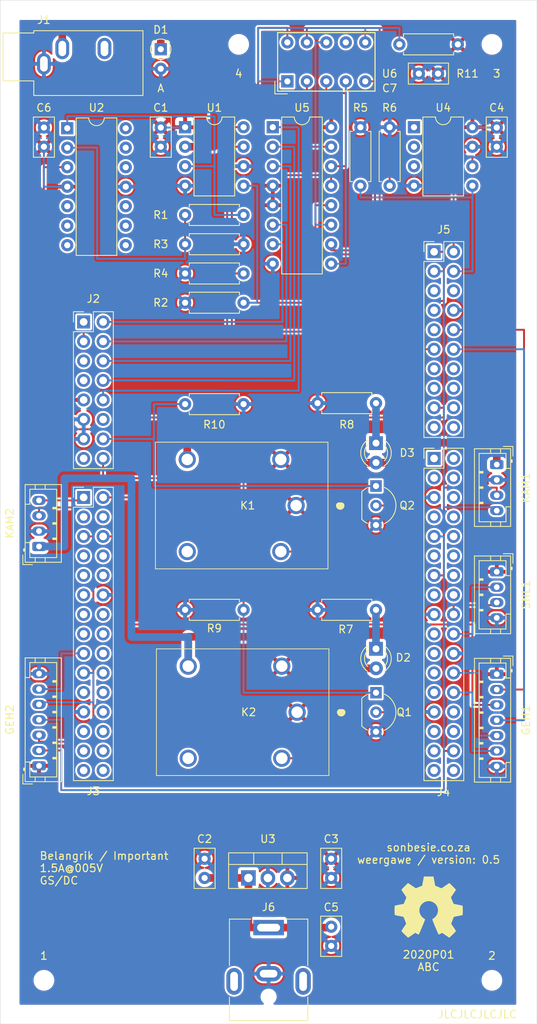
<source format=kicad_pcb>
(kicad_pcb (version 20171130) (host pcbnew 5.1.5+dfsg1-2build2)
  (title_block (title "EPR 400 B1") (date 2020-08-18) (rev 0) (company SONBESIE))
  (layers (0 F.Cu signal) (31 B.Cu signal) (34 B.Paste user) (35 F.Paste user) (36 B.SilkS user) (37 F.SilkS user) (38 B.Mask user) (39 F.Mask user) (44 Edge.Cuts user))
  (net 0 "")
  (net 1 5V)
  (net 2 GND)
  (net 3 V_IN)
  (net 4 TRIGGER_I)
  (net 5 5V_RELAY_2)
  (net 6 "Net-(D2-Pad1)")
  (net 7 5V_RELAY_1)
  (net 8 "Net-(D3-Pad1)")
  (net 9 IO_2)
  (net 10 IO_1)
  (net 11 7S_2)
  (net 12 7S_1)
  (net 13 7S_4)
  (net 14 7S_5)
  (net 15 "Net-(J2-Pad3)")
  (net 16 7S_3)
  (net 17 SPI_2_1)
  (net 18 SPI_2_2)
  (net 19 UART_2_TX)
  (net 20 SPI_2_MOSI)
  (net 21 SPI_1_MOSI)
  (net 22 UART_2_RX)
  (net 23 SPI_1_2)
  (net 24 SPI_1_1)
  (net 25 SPI_1_MISO)
  (net 26 SPI_1_SCK)
  (net 27 SPI_2_SCK)
  (net 28 TRIG1)
  (net 29 ECHO1)
  (net 30 UART_1_TX)
  (net 31 SPI_2_MISO)
  (net 32 TRIGGER_C)
  (net 33 TRIGGER_O)
  (net 34 UART_1_RX)
  (net 35 SET_RST)
  (net 36 RELAY_1_DRAIN)
  (net 37 RELAY_2_DRAIN)
  (net 38 "Net-(R1-Pad2)")
  (net 39 "Net-(R1-Pad1)")
  (net 40 SDA_1)
  (net 41 SCL_1)
  (net 42 "Net-(R11-Pad2)")
  (net 43 6)
  (net 44 7)
  (net 45 1)
  (net 46 2)
  (net 47 3)
  (net 48 4)
  (net 49 5)
  (module Capacitor_THT:C_Disc_D5.0mm_W2.5mm_P2.50mm (layer F.Cu) (at 83.82 59.055)
    (fp_text reference C7 (at -3.81 1.905) (layer F.SilkS))
    (fp_text value 0.1u)
    (pad 2 thru_hole circle (at 2.5 0) (size 1.6 1.6) (drill 0.8) (layers *.Cu *.Mask) (net 1 5V))
    (pad 1 thru_hole circle (at 0 0) (size 1.6 1.6) (drill 0.8) (layers *.Cu *.Mask) (net 2 GND))
  )
  (module Symbol:OSHW-Symbol_8.9x8mm_SilkScreen (layer F.Cu) (at 85.09 167.64)
    (fp_text reference REF** hide)
    (fp_text value OSHW-Symbol_8.9x8mm_SilkScreen hide)
  )
  (module Display_7Segment:HDSP-7401 (layer F.Cu) (at 66.675 60.06592 90)
    (fp_text reference U6 (at 1.01092 13.335 180) (layer F.SilkS))
    (fp_text value HDSP-7401)
    (pad 10 thru_hole circle (at 5.08 0 90) (size 1.6 1.6) (drill 0.8) (layers *.Cu *.Mask) (net 45 1))
    (pad 9 thru_hole circle (at 5.08 2.54 90) (size 1.6 1.6) (drill 0.8) (layers *.Cu *.Mask) (net 46 2))
    (pad 8 thru_hole circle (at 5.08 5.08 90) (size 1.6 1.6) (drill 0.8) (layers *.Cu *.Mask) (net 47 3))
    (pad 7 thru_hole circle (at 5.08 7.62 90) (size 1.6 1.6) (drill 0.8) (layers *.Cu *.Mask))
    (pad 6 thru_hole circle (at 5.08 10.16 90) (size 1.6 1.6) (drill 0.8) (layers *.Cu *.Mask) (net 42 "Net-(R11-Pad2)"))
    (pad 5 thru_hole circle (at 0 10.16 90) (size 1.6 1.6) (drill 0.8) (layers *.Cu *.Mask) (net 48 4))
    (pad 4 thru_hole circle (at 0 7.62 90) (size 1.6 1.6) (drill 0.8) (layers *.Cu *.Mask) (net 49 5))
    (pad 3 thru_hole circle (at 0 5.08 90) (size 1.6 1.6) (drill 0.8) (layers *.Cu *.Mask) (net 44 7))
    (pad 2 thru_hole circle (at 0 2.54 90) (size 1.6 1.6) (drill 0.8) (layers *.Cu *.Mask) (net 43 6))
    (pad 1 thru_hole rect (at 0 0 90) (size 1.6 1.6) (drill 0.8) (layers *.Cu *.Mask) (net 42 "Net-(R11-Pad2)"))
  )
  (module Resistor_THT:R_Axial_DIN0207_L6.3mm_D2.5mm_P7.62mm_Horizontal (layer F.Cu) (at 88.9 55.245 180)
    (fp_text reference R11 (at -1.27 -3.81) (layer F.SilkS))
    (fp_text value 270)
    (pad 2 thru_hole oval (at 7.62 0 180) (size 1.6 1.6) (drill 0.8) (layers *.Cu *.Mask) (net 42 "Net-(R11-Pad2)"))
    (pad 1 thru_hole circle (at 0 0 180) (size 1.6 1.6) (drill 0.8) (layers *.Cu *.Mask) (net 1 5V))
  )
  (module Package_DIP:DIP-16_W7.62mm (layer F.Cu) (at 64.77 66.04)
    (fp_text reference U5 (at 3.81 -2.54) (layer F.SilkS))
    (fp_text value SN74LS47N)
    (pad 16 thru_hole oval (at 7.62 0) (size 1.6 1.6) (drill 0.8) (layers *.Cu *.Mask) (net 1 5V))
    (pad 8 thru_hole oval (at 0 17.78) (size 1.6 1.6) (drill 0.8) (layers *.Cu *.Mask) (net 2 GND))
    (pad 15 thru_hole oval (at 7.62 2.54) (size 1.6 1.6) (drill 0.8) (layers *.Cu *.Mask) (net 43 6))
    (pad 7 thru_hole oval (at 0 15.24) (size 1.6 1.6) (drill 0.8) (layers *.Cu *.Mask) (net 12 7S_1))
    (pad 14 thru_hole oval (at 7.62 5.08) (size 1.6 1.6) (drill 0.8) (layers *.Cu *.Mask) (net 44 7))
    (pad 6 thru_hole oval (at 0 12.7) (size 1.6 1.6) (drill 0.8) (layers *.Cu *.Mask) (net 13 7S_4))
    (pad 13 thru_hole oval (at 7.62 7.62) (size 1.6 1.6) (drill 0.8) (layers *.Cu *.Mask) (net 45 1))
    (pad 5 thru_hole oval (at 0 10.16) (size 1.6 1.6) (drill 0.8) (layers *.Cu *.Mask) (net 1 5V))
    (pad 12 thru_hole oval (at 7.62 10.16) (size 1.6 1.6) (drill 0.8) (layers *.Cu *.Mask) (net 46 2))
    (pad 4 thru_hole oval (at 0 7.62) (size 1.6 1.6) (drill 0.8) (layers *.Cu *.Mask) (net 1 5V))
    (pad 11 thru_hole oval (at 7.62 12.7) (size 1.6 1.6) (drill 0.8) (layers *.Cu *.Mask) (net 47 3))
    (pad 3 thru_hole oval (at 0 5.08) (size 1.6 1.6) (drill 0.8) (layers *.Cu *.Mask) (net 14 7S_5))
    (pad 10 thru_hole oval (at 7.62 15.24) (size 1.6 1.6) (drill 0.8) (layers *.Cu *.Mask) (net 48 4))
    (pad 2 thru_hole oval (at 0 2.54) (size 1.6 1.6) (drill 0.8) (layers *.Cu *.Mask) (net 16 7S_3))
    (pad 9 thru_hole oval (at 7.62 17.78) (size 1.6 1.6) (drill 0.8) (layers *.Cu *.Mask) (net 49 5))
    (pad 1 thru_hole rect (at 0 0) (size 1.6 1.6) (drill 0.8) (layers *.Cu *.Mask) (net 11 7S_2))
  )
  (module MountingHole:MountingHole_2.2mm_M2 (layer F.Cu) (at 93.345 55.245)
    (fp_text reference 3 (at 0.635 3.81) (layer F.SilkS))
    (fp_text value MountingHole_2.2mm_M2)
    (pad 1 np_thru_hole circle (at 0 0) (size 2.2 2.2) (drill 2.2) (layers *.Cu *.Mask))
  )
  (module MountingHole:MountingHole_2.2mm_M2 (layer F.Cu) (at 60.325 55.245)
    (fp_text reference 4 (at 0 3.81) (layer F.SilkS))
    (fp_text value MountingHole_2.2mm_M2)
    (pad 1 np_thru_hole circle (at 0 0) (size 2.2 2.2) (drill 2.2) (layers *.Cu *.Mask))
  )
  (module MountingHole:MountingHole_2.2mm_M2 (layer F.Cu) (at 93.345 177.165)
    (fp_text reference 2 (at 0 -3.2) (layer F.SilkS))
    (fp_text value MountingHole_2.2mm_M2)
    (pad 1 np_thru_hole circle (at 0 0) (size 2.2 2.2) (drill 2.2) (layers *.Cu *.Mask))
  )
  (module MountingHole:MountingHole_2.2mm_M2 (layer F.Cu) (at 34.925 177.165)
    (fp_text reference 1 (at 0 -3.2) (layer F.SilkS))
    (fp_text value MountingHole_2.2mm_M2)
    (pad 1 np_thru_hole circle (at 0 0) (size 2.2 2.2) (drill 2.2) (layers *.Cu *.Mask))
  )
  (module Connector_JST:JST_PH_B4B-PH-K_1x04_P2.00mm_Vertical (layer F.Cu) (at 93.98 123.952 270)
    (fp_text reference SNL1 (at 3 -3.81 90) (layer F.SilkS))
    (fp_text value Conn_01x04)
    (pad 4 thru_hole oval (at 6 0 270) (size 1.2 1.75) (drill 0.75) (layers *.Cu *.Mask) (net 2 GND))
    (pad 3 thru_hole oval (at 4 0 270) (size 1.2 1.75) (drill 0.75) (layers *.Cu *.Mask) (net 29 ECHO1))
    (pad 2 thru_hole oval (at 2 0 270) (size 1.2 1.75) (drill 0.75) (layers *.Cu *.Mask) (net 28 TRIG1))
    (pad 1 thru_hole roundrect (at 0 0 270) (size 1.2 1.75) (drill 0.75) (layers *.Cu *.Mask) (roundrect_rratio 0.208333) (net 1 5V))
  )
  (module Package_DIP:DIP-8_W7.62mm (layer F.Cu) (at 83.185 66.04)
    (fp_text reference U4 (at 3.81 -2.54) (layer F.SilkS))
    (fp_text value 24LC02)
    (pad 8 thru_hole oval (at 7.62 0) (size 1.6 1.6) (drill 0.8) (layers *.Cu *.Mask) (net 1 5V))
    (pad 4 thru_hole oval (at 0 7.62) (size 1.6 1.6) (drill 0.8) (layers *.Cu *.Mask) (net 2 GND))
    (pad 7 thru_hole oval (at 7.62 2.54) (size 1.6 1.6) (drill 0.8) (layers *.Cu *.Mask) (net 2 GND))
    (pad 3 thru_hole oval (at 0 5.08) (size 1.6 1.6) (drill 0.8) (layers *.Cu *.Mask))
    (pad 6 thru_hole oval (at 7.62 5.08) (size 1.6 1.6) (drill 0.8) (layers *.Cu *.Mask) (net 41 SCL_1))
    (pad 2 thru_hole oval (at 0 2.54) (size 1.6 1.6) (drill 0.8) (layers *.Cu *.Mask))
    (pad 5 thru_hole oval (at 7.62 7.62) (size 1.6 1.6) (drill 0.8) (layers *.Cu *.Mask) (net 40 SDA_1))
    (pad 1 thru_hole rect (at 0 0) (size 1.6 1.6) (drill 0.8) (layers *.Cu *.Mask))
  )
  (module Package_TO_SOT_THT:TO-220-3_Vertical (layer F.Cu) (at 61.595 163.83)
    (fp_text reference U3 (at 2.54 -5.08) (layer F.SilkS))
    (fp_text value L7805)
    (pad 3 thru_hole oval (at 5.08 0) (size 1.905 2) (drill 1.1) (layers *.Cu *.Mask) (net 1 5V))
    (pad 2 thru_hole oval (at 2.54 0) (size 1.905 2) (drill 1.1) (layers *.Cu *.Mask) (net 2 GND))
    (pad 1 thru_hole rect (at 0 0) (size 1.905 2) (drill 1.1) (layers *.Cu *.Mask) (net 3 V_IN))
  )
  (module Package_DIP:DIP-14_W7.62mm (layer F.Cu) (at 37.973 66.167)
    (fp_text reference U2 (at 3.81 -2.667) (layer F.SilkS))
    (fp_text value MCP6004)
    (pad 14 thru_hole oval (at 7.62 0) (size 1.6 1.6) (drill 0.8) (layers *.Cu *.Mask))
    (pad 7 thru_hole oval (at 0 15.24) (size 1.6 1.6) (drill 0.8) (layers *.Cu *.Mask))
    (pad 13 thru_hole oval (at 7.62 2.54) (size 1.6 1.6) (drill 0.8) (layers *.Cu *.Mask))
    (pad 6 thru_hole oval (at 0 12.7) (size 1.6 1.6) (drill 0.8) (layers *.Cu *.Mask))
    (pad 12 thru_hole oval (at 7.62 5.08) (size 1.6 1.6) (drill 0.8) (layers *.Cu *.Mask))
    (pad 5 thru_hole oval (at 0 10.16) (size 1.6 1.6) (drill 0.8) (layers *.Cu *.Mask))
    (pad 11 thru_hole oval (at 7.62 7.62) (size 1.6 1.6) (drill 0.8) (layers *.Cu *.Mask) (net 2 GND))
    (pad 4 thru_hole oval (at 0 7.62) (size 1.6 1.6) (drill 0.8) (layers *.Cu *.Mask) (net 1 5V))
    (pad 10 thru_hole oval (at 7.62 10.16) (size 1.6 1.6) (drill 0.8) (layers *.Cu *.Mask))
    (pad 3 thru_hole oval (at 0 5.08) (size 1.6 1.6) (drill 0.8) (layers *.Cu *.Mask) (net 32 TRIGGER_C))
    (pad 9 thru_hole oval (at 7.62 12.7) (size 1.6 1.6) (drill 0.8) (layers *.Cu *.Mask))
    (pad 2 thru_hole oval (at 0 2.54) (size 1.6 1.6) (drill 0.8) (layers *.Cu *.Mask) (net 39 "Net-(R1-Pad1)"))
    (pad 8 thru_hole oval (at 7.62 15.24) (size 1.6 1.6) (drill 0.8) (layers *.Cu *.Mask))
    (pad 1 thru_hole rect (at 0 0) (size 1.6 1.6) (drill 0.8) (layers *.Cu *.Mask) (net 38 "Net-(R1-Pad2)"))
  )
  (module Package_DIP:DIP-8_W7.62mm (layer F.Cu) (at 53.34 66.04)
    (fp_text reference U1 (at 3.81 -2.54) (layer F.SilkS))
    (fp_text value AD790JNZ)
    (pad 8 thru_hole oval (at 7.62 0) (size 1.6 1.6) (drill 0.8) (layers *.Cu *.Mask) (net 15 "Net-(J2-Pad3)"))
    (pad 4 thru_hole oval (at 0 7.62) (size 1.6 1.6) (drill 0.8) (layers *.Cu *.Mask) (net 2 GND))
    (pad 7 thru_hole oval (at 7.62 2.54) (size 1.6 1.6) (drill 0.8) (layers *.Cu *.Mask) (net 33 TRIGGER_O))
    (pad 3 thru_hole oval (at 0 5.08) (size 1.6 1.6) (drill 0.8) (layers *.Cu *.Mask) (net 38 "Net-(R1-Pad2)"))
    (pad 6 thru_hole oval (at 7.62 5.08) (size 1.6 1.6) (drill 0.8) (layers *.Cu *.Mask) (net 2 GND))
    (pad 2 thru_hole oval (at 0 2.54) (size 1.6 1.6) (drill 0.8) (layers *.Cu *.Mask) (net 4 TRIGGER_I))
    (pad 5 thru_hole oval (at 7.62 7.62) (size 1.6 1.6) (drill 0.8) (layers *.Cu *.Mask) (net 35 SET_RST))
    (pad 1 thru_hole rect (at 0 0) (size 1.6 1.6) (drill 0.8) (layers *.Cu *.Mask) (net 1 5V))
  )
  (module Resistor_THT:R_Axial_DIN0207_L6.3mm_D2.5mm_P7.62mm_Horizontal (layer F.Cu) (at 53.34 102.108)
    (fp_text reference R10 (at 3.81 2.667) (layer F.SilkS))
    (fp_text value 10k)
    (pad 2 thru_hole oval (at 7.62 0) (size 1.6 1.6) (drill 0.8) (layers *.Cu *.Mask) (net 2 GND))
    (pad 1 thru_hole circle (at 0 0) (size 1.6 1.6) (drill 0.8) (layers *.Cu *.Mask) (net 10 IO_1))
  )
  (module Resistor_THT:R_Axial_DIN0207_L6.3mm_D2.5mm_P7.62mm_Horizontal (layer F.Cu) (at 60.96 128.905 180)
    (fp_text reference R9 (at 3.81 -2.413) (layer F.SilkS))
    (fp_text value 10k)
    (pad 2 thru_hole oval (at 7.62 0 180) (size 1.6 1.6) (drill 0.8) (layers *.Cu *.Mask) (net 2 GND))
    (pad 1 thru_hole circle (at 0 0 180) (size 1.6 1.6) (drill 0.8) (layers *.Cu *.Mask) (net 9 IO_2))
  )
  (module Resistor_THT:R_Axial_DIN0207_L6.3mm_D2.5mm_P7.62mm_Horizontal (layer F.Cu) (at 78.232 101.981 180)
    (fp_text reference R8 (at 3.81 -2.794) (layer F.SilkS))
    (fp_text value 270)
    (pad 2 thru_hole oval (at 7.62 0 180) (size 1.6 1.6) (drill 0.8) (layers *.Cu *.Mask) (net 2 GND))
    (pad 1 thru_hole circle (at 0 0 180) (size 1.6 1.6) (drill 0.8) (layers *.Cu *.Mask) (net 8 "Net-(D3-Pad1)"))
  )
  (module Resistor_THT:R_Axial_DIN0207_L6.3mm_D2.5mm_P7.62mm_Horizontal (layer F.Cu) (at 78.232 128.905 180)
    (fp_text reference R7 (at 3.937 -2.54) (layer F.SilkS))
    (fp_text value 270)
    (pad 2 thru_hole oval (at 7.62 0 180) (size 1.6 1.6) (drill 0.8) (layers *.Cu *.Mask) (net 2 GND))
    (pad 1 thru_hole circle (at 0 0 180) (size 1.6 1.6) (drill 0.8) (layers *.Cu *.Mask) (net 6 "Net-(D2-Pad1)"))
  )
  (module Resistor_THT:R_Axial_DIN0207_L6.3mm_D2.5mm_P7.62mm_Horizontal (layer F.Cu) (at 80.01 73.66 90)
    (fp_text reference R6 (at 10.16 0 180) (layer F.SilkS))
    (fp_text value 2k)
    (pad 2 thru_hole oval (at 7.62 0 90) (size 1.6 1.6) (drill 0.8) (layers *.Cu *.Mask) (net 2 GND))
    (pad 1 thru_hole circle (at 0 0 90) (size 1.6 1.6) (drill 0.8) (layers *.Cu *.Mask) (net 41 SCL_1))
  )
  (module Resistor_THT:R_Axial_DIN0207_L6.3mm_D2.5mm_P7.62mm_Horizontal (layer F.Cu) (at 76.2 66.04 270)
    (fp_text reference R5 (at -2.54 0 180) (layer F.SilkS))
    (fp_text value 2k)
    (pad 2 thru_hole oval (at 7.62 0 270) (size 1.6 1.6) (drill 0.8) (layers *.Cu *.Mask) (net 40 SDA_1))
    (pad 1 thru_hole circle (at 0 0 270) (size 1.6 1.6) (drill 0.8) (layers *.Cu *.Mask) (net 2 GND))
  )
  (module Resistor_THT:R_Axial_DIN0207_L6.3mm_D2.5mm_P7.62mm_Horizontal (layer F.Cu) (at 53.34 85.09)
    (fp_text reference R4 (at -3.175 0) (layer F.SilkS))
    (fp_text value 10k)
    (pad 2 thru_hole oval (at 7.62 0) (size 1.6 1.6) (drill 0.8) (layers *.Cu *.Mask) (net 33 TRIGGER_O))
    (pad 1 thru_hole circle (at 0 0) (size 1.6 1.6) (drill 0.8) (layers *.Cu *.Mask) (net 2 GND))
  )
  (module Resistor_THT:R_Axial_DIN0207_L6.3mm_D2.5mm_P7.62mm_Horizontal (layer F.Cu) (at 53.34 81.28)
    (fp_text reference R3 (at -3.175 0) (layer F.SilkS))
    (fp_text value 10k)
    (pad 2 thru_hole oval (at 7.62 0) (size 1.6 1.6) (drill 0.8) (layers *.Cu *.Mask) (net 2 GND))
    (pad 1 thru_hole circle (at 0 0) (size 1.6 1.6) (drill 0.8) (layers *.Cu *.Mask) (net 39 "Net-(R1-Pad1)"))
  )
  (module Resistor_THT:R_Axial_DIN0207_L6.3mm_D2.5mm_P7.62mm_Horizontal (layer F.Cu) (at 53.34 88.9)
    (fp_text reference R2 (at -3.175 0) (layer F.SilkS))
    (fp_text value 10k)
    (pad 2 thru_hole oval (at 7.62 0) (size 1.6 1.6) (drill 0.8) (layers *.Cu *.Mask) (net 35 SET_RST))
    (pad 1 thru_hole circle (at 0 0) (size 1.6 1.6) (drill 0.8) (layers *.Cu *.Mask) (net 2 GND))
  )
  (module Resistor_THT:R_Axial_DIN0207_L6.3mm_D2.5mm_P7.62mm_Horizontal (layer F.Cu) (at 53.34 77.47)
    (fp_text reference R1 (at -3.175 0) (layer F.SilkS))
    (fp_text value 5.1k)
    (pad 2 thru_hole oval (at 7.62 0) (size 1.6 1.6) (drill 0.8) (layers *.Cu *.Mask) (net 38 "Net-(R1-Pad2)"))
    (pad 1 thru_hole circle (at 0 0) (size 1.6 1.6) (drill 0.8) (layers *.Cu *.Mask) (net 39 "Net-(R1-Pad1)"))
  )
  (module Package_TO_SOT_THT:TO-92_Inline_Wide (layer F.Cu) (at 78.232 112.776 270)
    (fp_text reference Q2 (at 2.54 -4.064 180) (layer F.SilkS))
    (fp_text value STQ3N45K3-AP)
    (pad 1 thru_hole rect (at 0 0) (size 1.5 1.5) (drill 0.8) (layers *.Cu *.Mask) (net 10 IO_1))
    (pad 3 thru_hole circle (at 5.08 0) (size 1.5 1.5) (drill 0.8) (layers *.Cu *.Mask) (net 2 GND))
    (pad 2 thru_hole circle (at 2.54 0) (size 1.5 1.5) (drill 0.8) (layers *.Cu *.Mask) (net 36 RELAY_1_DRAIN))
  )
  (module Package_TO_SOT_THT:TO-92_Inline_Wide (layer F.Cu) (at 78.232 139.7 270)
    (fp_text reference Q1 (at 2.54 -3.683 180) (layer F.SilkS))
    (fp_text value STQ3N45K3-AP)
    (pad 1 thru_hole rect (at 0 0) (size 1.5 1.5) (drill 0.8) (layers *.Cu *.Mask) (net 9 IO_2))
    (pad 3 thru_hole circle (at 5.08 0) (size 1.5 1.5) (drill 0.8) (layers *.Cu *.Mask) (net 2 GND))
    (pad 2 thru_hole circle (at 2.54 0) (size 1.5 1.5) (drill 0.8) (layers *.Cu *.Mask) (net 37 RELAY_2_DRAIN))
  )
  (module Connector_JST:JST_PH_B4B-PH-K_1x04_P2.00mm_Vertical (layer F.Cu) (at 34.29 120.65 90)
    (fp_text reference KAM2 (at 3 -3.81 90) (layer F.SilkS))
    (fp_text value Conn_01x04)
    (pad 4 thru_hole oval (at 6 0 90) (size 1.2 1.75) (drill 0.75) (layers *.Cu *.Mask) (net 22 UART_2_RX))
    (pad 3 thru_hole oval (at 4 0 90) (size 1.2 1.75) (drill 0.75) (layers *.Cu *.Mask) (net 19 UART_2_TX))
    (pad 2 thru_hole oval (at 2 0 90) (size 1.2 1.75) (drill 0.75) (layers *.Cu *.Mask) (net 2 GND))
    (pad 1 thru_hole roundrect (at 0 0 90) (size 1.2 1.75) (drill 0.75) (layers *.Cu *.Mask) (roundrect_rratio 0.208333) (net 5 5V_RELAY_2))
  )
  (module Connector_JST:JST_PH_B4B-PH-K_1x04_P2.00mm_Vertical (layer F.Cu) (at 93.98 109.982 270)
    (fp_text reference KAM1 (at 3.048 -3.81 90) (layer F.SilkS))
    (fp_text value Conn_01x04)
    (pad 4 thru_hole oval (at 6 0 270) (size 1.2 1.75) (drill 0.75) (layers *.Cu *.Mask) (net 34 UART_1_RX))
    (pad 3 thru_hole oval (at 4 0 270) (size 1.2 1.75) (drill 0.75) (layers *.Cu *.Mask) (net 30 UART_1_TX))
    (pad 2 thru_hole oval (at 2 0 270) (size 1.2 1.75) (drill 0.75) (layers *.Cu *.Mask) (net 2 GND))
    (pad 1 thru_hole roundrect (at 0 0 270) (size 1.2 1.75) (drill 0.75) (layers *.Cu *.Mask) (roundrect_rratio 0.208333) (net 7 5V_RELAY_1))
  )
  (module G5LE-1A-E-36_DC5:G5LE1AE36DC5 (layer F.Cu) (at 67.945 142.24 180)
    (fp_text reference K2 (at 6.325 0) (layer F.SilkS))
    (fp_text value G5LE-1A-E-36_DC5 hide)
    (pad 5 thru_hole circle (at 2 -6 180) (size 2.25 2.25) (drill 1.5) (layers *.Cu *.Mask) (net 37 RELAY_2_DRAIN))
    (pad 4 thru_hole circle (at 14.2 -6 180) (size 2.25 2.25) (drill 1.5) (layers *.Cu *.Mask))
    (pad 3 thru_hole circle (at 14.2 6 180) (size 2.25 2.25) (drill 1.5) (layers *.Cu *.Mask) (net 5 5V_RELAY_2))
    (pad 2 thru_hole circle (at 2 6 180) (size 2.25 2.25) (drill 1.5) (layers *.Cu *.Mask) (net 1 5V))
    (pad 1 thru_hole circle (at 0 0 180) (size 2.25 2.25) (drill 1.5) (layers *.Cu *.Mask) (net 1 5V))
  )
  (module G5LE-1A-E-36_DC5:G5LE1AE36DC5 (layer F.Cu) (at 67.818 115.316 180)
    (fp_text reference K1 (at 6.325 0) (layer F.SilkS))
    (fp_text value G5LE-1A-E-36_DC5 hide)
    (pad 5 thru_hole circle (at 2 -6 180) (size 2.25 2.25) (drill 1.5) (layers *.Cu *.Mask) (net 36 RELAY_1_DRAIN))
    (pad 4 thru_hole circle (at 14.2 -6 180) (size 2.25 2.25) (drill 1.5) (layers *.Cu *.Mask))
    (pad 3 thru_hole circle (at 14.2 6 180) (size 2.25 2.25) (drill 1.5) (layers *.Cu *.Mask) (net 7 5V_RELAY_1))
    (pad 2 thru_hole circle (at 2 6 180) (size 2.25 2.25) (drill 1.5) (layers *.Cu *.Mask) (net 1 5V))
    (pad 1 thru_hole circle (at 0 0 180) (size 2.25 2.25) (drill 1.5) (layers *.Cu *.Mask) (net 1 5V))
  )
  (module Connector_BarrelJack:BarrelJack_CUI_PJ-063AH_Horizontal (layer F.Cu) (at 64.228 170.3)
    (fp_text reference J6 (at 0 -2.667) (layer F.SilkS))
    (fp_text value Barrel_Jack)
    (pad "" np_thru_hole circle (at 0 9) (size 1.6 1.6) (drill 1.6) (layers *.Cu *.Mask))
    (pad MP thru_hole oval (at 4.5 7) (size 2 3.5) (drill oval 1 2.5) (layers *.Cu *.Mask))
    (pad MP thru_hole oval (at -4.5 7) (size 2 3.5) (drill oval 1 2.5) (layers *.Cu *.Mask))
    (pad 2 thru_hole oval (at 0 6) (size 3.3 2) (drill oval 2.3 1) (layers *.Cu *.Mask) (net 2 GND))
    (pad 1 thru_hole rect (at 0 0) (size 4 2) (drill oval 3 1) (layers *.Cu *.Mask) (net 3 V_IN))
  )
  (module Connector_PinHeader_2.54mm:PinHeader_2x10_P2.54mm_Vertical (layer F.Cu) (at 85.808 82.262)
    (fp_text reference J5 (at 1.27 -2.887) (layer F.SilkS))
    (fp_text value Conn_02x10_Odd_Even)
    (pad 20 thru_hole oval (at 2.54 22.86) (size 1.7 1.7) (drill 1) (layers *.Cu *.Mask))
    (pad 19 thru_hole oval (at 0 22.86) (size 1.7 1.7) (drill 1) (layers *.Cu *.Mask))
    (pad 18 thru_hole oval (at 2.54 20.32) (size 1.7 1.7) (drill 1) (layers *.Cu *.Mask))
    (pad 17 thru_hole oval (at 0 20.32) (size 1.7 1.7) (drill 1) (layers *.Cu *.Mask) (net 32 TRIGGER_C))
    (pad 16 thru_hole oval (at 2.54 17.78) (size 1.7 1.7) (drill 1) (layers *.Cu *.Mask))
    (pad 15 thru_hole oval (at 0 17.78) (size 1.7 1.7) (drill 1) (layers *.Cu *.Mask))
    (pad 14 thru_hole oval (at 2.54 15.24) (size 1.7 1.7) (drill 1) (layers *.Cu *.Mask))
    (pad 13 thru_hole oval (at 0 15.24) (size 1.7 1.7) (drill 1) (layers *.Cu *.Mask))
    (pad 12 thru_hole oval (at 2.54 12.7) (size 1.7 1.7) (drill 1) (layers *.Cu *.Mask) (net 25 SPI_1_MISO))
    (pad 11 thru_hole oval (at 0 12.7) (size 1.7 1.7) (drill 1) (layers *.Cu *.Mask) (net 33 TRIGGER_O))
    (pad 10 thru_hole oval (at 2.54 10.16) (size 1.7 1.7) (drill 1) (layers *.Cu *.Mask) (net 26 SPI_1_SCK))
    (pad 9 thru_hole oval (at 0 10.16) (size 1.7 1.7) (drill 1) (layers *.Cu *.Mask))
    (pad 8 thru_hole oval (at 2.54 7.62) (size 1.7 1.7) (drill 1) (layers *.Cu *.Mask) (net 2 GND))
    (pad 7 thru_hole oval (at 0 7.62) (size 1.7 1.7) (drill 1) (layers *.Cu *.Mask))
    (pad 6 thru_hole oval (at 2.54 5.08) (size 1.7 1.7) (drill 1) (layers *.Cu *.Mask))
    (pad 5 thru_hole oval (at 0 5.08) (size 1.7 1.7) (drill 1) (layers *.Cu *.Mask))
    (pad 4 thru_hole oval (at 2.54 2.54) (size 1.7 1.7) (drill 1) (layers *.Cu *.Mask) (net 40 SDA_1))
    (pad 3 thru_hole oval (at 0 2.54) (size 1.7 1.7) (drill 1) (layers *.Cu *.Mask) (net 34 UART_1_RX))
    (pad 2 thru_hole oval (at 2.54 0) (size 1.7 1.7) (drill 1) (layers *.Cu *.Mask) (net 41 SCL_1))
    (pad 1 thru_hole rect (at 0 0) (size 1.7 1.7) (drill 1) (layers *.Cu *.Mask) (net 35 SET_RST))
  )
  (module Connector_JST:JST_PH_B7B-PH-K_1x07_P2.00mm_Vertical (layer F.Cu) (at 34.29 149.225 90)
    (fp_text reference GEH2 (at 6 -3.81 90) (layer F.SilkS))
    (fp_text value Conn_01x07)
    (pad 7 thru_hole oval (at 12 0 90) (size 1.2 1.75) (drill 0.75) (layers *.Cu *.Mask) (net 2 GND))
    (pad 6 thru_hole oval (at 10 0 90) (size 1.2 1.75) (drill 0.75) (layers *.Cu *.Mask) (net 18 SPI_2_2))
    (pad 5 thru_hole oval (at 8 0 90) (size 1.2 1.75) (drill 0.75) (layers *.Cu *.Mask) (net 17 SPI_2_1))
    (pad 4 thru_hole oval (at 6 0 90) (size 1.2 1.75) (drill 0.75) (layers *.Cu *.Mask) (net 31 SPI_2_MISO))
    (pad 3 thru_hole oval (at 4 0 90) (size 1.2 1.75) (drill 0.75) (layers *.Cu *.Mask) (net 20 SPI_2_MOSI))
    (pad 2 thru_hole oval (at 2 0 90) (size 1.2 1.75) (drill 0.75) (layers *.Cu *.Mask) (net 27 SPI_2_SCK))
    (pad 1 thru_hole roundrect (at 0 0 90) (size 1.2 1.75) (drill 0.75) (layers *.Cu *.Mask) (roundrect_rratio 0.208333) (net 1 5V))
  )
  (module Connector_PinHeader_2.54mm:PinHeader_2x17_P2.54mm_Vertical (layer F.Cu) (at 85.808 109.182)
    (fp_text reference J4 (at 1.23272 43.48216) (layer F.SilkS))
    (fp_text value Conn_02x17_Odd_Even)
    (pad 34 thru_hole oval (at 2.54 40.64) (size 1.7 1.7) (drill 1) (layers *.Cu *.Mask))
    (pad 33 thru_hole oval (at 0 40.64) (size 1.7 1.7) (drill 1) (layers *.Cu *.Mask))
    (pad 32 thru_hole oval (at 2.54 38.1) (size 1.7 1.7) (drill 1) (layers *.Cu *.Mask) (net 27 SPI_2_SCK))
    (pad 31 thru_hole oval (at 0 38.1) (size 1.7 1.7) (drill 1) (layers *.Cu *.Mask))
    (pad 30 thru_hole oval (at 2.54 35.56) (size 1.7 1.7) (drill 1) (layers *.Cu *.Mask))
    (pad 29 thru_hole oval (at 0 35.56) (size 1.7 1.7) (drill 1) (layers *.Cu *.Mask))
    (pad 28 thru_hole oval (at 2.54 33.02) (size 1.7 1.7) (drill 1) (layers *.Cu *.Mask))
    (pad 27 thru_hole oval (at 0 33.02) (size 1.7 1.7) (drill 1) (layers *.Cu *.Mask) (net 2 GND))
    (pad 26 thru_hole oval (at 2.54 30.48) (size 1.7 1.7) (drill 1) (layers *.Cu *.Mask) (net 23 SPI_1_2))
    (pad 25 thru_hole oval (at 0 30.48) (size 1.7 1.7) (drill 1) (layers *.Cu *.Mask))
    (pad 24 thru_hole oval (at 2.54 27.94) (size 1.7 1.7) (drill 1) (layers *.Cu *.Mask) (net 24 SPI_1_1))
    (pad 23 thru_hole oval (at 0 27.94) (size 1.7 1.7) (drill 1) (layers *.Cu *.Mask))
    (pad 22 thru_hole oval (at 2.54 25.4) (size 1.7 1.7) (drill 1) (layers *.Cu *.Mask) (net 2 GND))
    (pad 21 thru_hole oval (at 0 25.4) (size 1.7 1.7) (drill 1) (layers *.Cu *.Mask))
    (pad 20 thru_hole oval (at 2.54 22.86) (size 1.7 1.7) (drill 1) (layers *.Cu *.Mask) (net 28 TRIG1))
    (pad 19 thru_hole oval (at 0 22.86) (size 1.7 1.7) (drill 1) (layers *.Cu *.Mask))
    (pad 18 thru_hole oval (at 2.54 20.32) (size 1.7 1.7) (drill 1) (layers *.Cu *.Mask) (net 29 ECHO1))
    (pad 17 thru_hole oval (at 0 20.32) (size 1.7 1.7) (drill 1) (layers *.Cu *.Mask) (net 2 GND))
    (pad 16 thru_hole oval (at 2.54 17.78) (size 1.7 1.7) (drill 1) (layers *.Cu *.Mask))
    (pad 15 thru_hole oval (at 0 17.78) (size 1.7 1.7) (drill 1) (layers *.Cu *.Mask))
    (pad 14 thru_hole oval (at 2.54 15.24) (size 1.7 1.7) (drill 1) (layers *.Cu *.Mask))
    (pad 13 thru_hole oval (at 0 15.24) (size 1.7 1.7) (drill 1) (layers *.Cu *.Mask) (net 30 UART_1_TX))
    (pad 12 thru_hole oval (at 2.54 12.7) (size 1.7 1.7) (drill 1) (layers *.Cu *.Mask))
    (pad 11 thru_hole oval (at 0 12.7) (size 1.7 1.7) (drill 1) (layers *.Cu *.Mask))
    (pad 10 thru_hole oval (at 2.54 10.16) (size 1.7 1.7) (drill 1) (layers *.Cu *.Mask))
    (pad 9 thru_hole oval (at 0 10.16) (size 1.7 1.7) (drill 1) (layers *.Cu *.Mask) (net 31 SPI_2_MISO))
    (pad 8 thru_hole oval (at 2.54 7.62) (size 1.7 1.7) (drill 1) (layers *.Cu *.Mask))
    (pad 7 thru_hole oval (at 0 7.62) (size 1.7 1.7) (drill 1) (layers *.Cu *.Mask))
    (pad 6 thru_hole oval (at 2.54 5.08) (size 1.7 1.7) (drill 1) (layers *.Cu *.Mask))
    (pad 5 thru_hole oval (at 0 5.08) (size 1.7 1.7) (drill 1) (layers *.Cu *.Mask) (net 2 GND))
    (pad 4 thru_hole oval (at 2.54 2.54) (size 1.7 1.7) (drill 1) (layers *.Cu *.Mask))
    (pad 3 thru_hole oval (at 0 2.54) (size 1.7 1.7) (drill 1) (layers *.Cu *.Mask))
    (pad 2 thru_hole oval (at 2.54 0) (size 1.7 1.7) (drill 1) (layers *.Cu *.Mask))
    (pad 1 thru_hole rect (at 0 0) (size 1.7 1.7) (drill 1) (layers *.Cu *.Mask))
  )
  (module Connector_JST:JST_PH_B7B-PH-K_1x07_P2.00mm_Vertical (layer F.Cu) (at 93.98 137.287 270)
    (fp_text reference GEH1 (at 6 -3.81 90) (layer F.SilkS))
    (fp_text value Conn_01x07)
    (pad 7 thru_hole oval (at 12 0 270) (size 1.2 1.75) (drill 0.75) (layers *.Cu *.Mask) (net 2 GND))
    (pad 6 thru_hole oval (at 10 0 270) (size 1.2 1.75) (drill 0.75) (layers *.Cu *.Mask) (net 23 SPI_1_2))
    (pad 5 thru_hole oval (at 8 0 270) (size 1.2 1.75) (drill 0.75) (layers *.Cu *.Mask) (net 24 SPI_1_1))
    (pad 4 thru_hole oval (at 6 0 270) (size 1.2 1.75) (drill 0.75) (layers *.Cu *.Mask) (net 25 SPI_1_MISO))
    (pad 3 thru_hole oval (at 4 0 270) (size 1.2 1.75) (drill 0.75) (layers *.Cu *.Mask) (net 21 SPI_1_MOSI))
    (pad 2 thru_hole oval (at 2 0 270) (size 1.2 1.75) (drill 0.75) (layers *.Cu *.Mask) (net 26 SPI_1_SCK))
    (pad 1 thru_hole roundrect (at 0 0 270) (size 1.2 1.75) (drill 0.75) (layers *.Cu *.Mask) (roundrect_rratio 0.208333) (net 1 5V))
  )
  (module Connector_PinHeader_2.54mm:PinHeader_2x15_P2.54mm_Vertical (layer F.Cu) (at 40.108 114.262)
    (fp_text reference J3 (at 1.27 38.265) (layer F.SilkS))
    (fp_text value Conn_02x15_Odd_Even)
    (pad 30 thru_hole oval (at 2.54 35.56) (size 1.7 1.7) (drill 1) (layers *.Cu *.Mask))
    (pad 29 thru_hole oval (at 0 35.56) (size 1.7 1.7) (drill 1) (layers *.Cu *.Mask))
    (pad 28 thru_hole oval (at 2.54 33.02) (size 1.7 1.7) (drill 1) (layers *.Cu *.Mask))
    (pad 27 thru_hole oval (at 0 33.02) (size 1.7 1.7) (drill 1) (layers *.Cu *.Mask))
    (pad 26 thru_hole oval (at 2.54 30.48) (size 1.7 1.7) (drill 1) (layers *.Cu *.Mask))
    (pad 25 thru_hole oval (at 0 30.48) (size 1.7 1.7) (drill 1) (layers *.Cu *.Mask))
    (pad 24 thru_hole oval (at 2.54 27.94) (size 1.7 1.7) (drill 1) (layers *.Cu *.Mask))
    (pad 23 thru_hole oval (at 0 27.94) (size 1.7 1.7) (drill 1) (layers *.Cu *.Mask) (net 2 GND))
    (pad 22 thru_hole oval (at 2.54 25.4) (size 1.7 1.7) (drill 1) (layers *.Cu *.Mask))
    (pad 21 thru_hole oval (at 0 25.4) (size 1.7 1.7) (drill 1) (layers *.Cu *.Mask))
    (pad 20 thru_hole oval (at 2.54 22.86) (size 1.7 1.7) (drill 1) (layers *.Cu *.Mask))
    (pad 19 thru_hole oval (at 0 22.86) (size 1.7 1.7) (drill 1) (layers *.Cu *.Mask) (net 17 SPI_2_1))
    (pad 18 thru_hole oval (at 2.54 20.32) (size 1.7 1.7) (drill 1) (layers *.Cu *.Mask))
    (pad 17 thru_hole oval (at 0 20.32) (size 1.7 1.7) (drill 1) (layers *.Cu *.Mask) (net 18 SPI_2_2))
    (pad 16 thru_hole oval (at 2.54 17.78) (size 1.7 1.7) (drill 1) (layers *.Cu *.Mask))
    (pad 15 thru_hole oval (at 0 17.78) (size 1.7 1.7) (drill 1) (layers *.Cu *.Mask))
    (pad 14 thru_hole oval (at 2.54 15.24) (size 1.7 1.7) (drill 1) (layers *.Cu *.Mask))
    (pad 13 thru_hole oval (at 0 15.24) (size 1.7 1.7) (drill 1) (layers *.Cu *.Mask))
    (pad 12 thru_hole oval (at 2.54 12.7) (size 1.7 1.7) (drill 1) (layers *.Cu *.Mask) (net 2 GND))
    (pad 11 thru_hole oval (at 0 12.7) (size 1.7 1.7) (drill 1) (layers *.Cu *.Mask))
    (pad 10 thru_hole oval (at 2.54 10.16) (size 1.7 1.7) (drill 1) (layers *.Cu *.Mask))
    (pad 9 thru_hole oval (at 0 10.16) (size 1.7 1.7) (drill 1) (layers *.Cu *.Mask))
    (pad 8 thru_hole oval (at 2.54 7.62) (size 1.7 1.7) (drill 1) (layers *.Cu *.Mask))
    (pad 7 thru_hole oval (at 0 7.62) (size 1.7 1.7) (drill 1) (layers *.Cu *.Mask))
    (pad 6 thru_hole oval (at 2.54 5.08) (size 1.7 1.7) (drill 1) (layers *.Cu *.Mask) (net 19 UART_2_TX))
    (pad 5 thru_hole oval (at 0 5.08) (size 1.7 1.7) (drill 1) (layers *.Cu *.Mask) (net 20 SPI_2_MOSI))
    (pad 4 thru_hole oval (at 2.54 2.54) (size 1.7 1.7) (drill 1) (layers *.Cu *.Mask))
    (pad 3 thru_hole oval (at 0 2.54) (size 1.7 1.7) (drill 1) (layers *.Cu *.Mask))
    (pad 2 thru_hole oval (at 2.54 0) (size 1.7 1.7) (drill 1) (layers *.Cu *.Mask) (net 21 SPI_1_MOSI))
    (pad 1 thru_hole rect (at 0 0) (size 1.7 1.7) (drill 1) (layers *.Cu *.Mask) (net 22 UART_2_RX))
  )
  (module Connector_PinHeader_2.54mm:PinHeader_2x08_P2.54mm_Vertical (layer F.Cu) (at 40.108 91.402)
    (fp_text reference J2 (at 1.27 -3.01) (layer F.SilkS))
    (fp_text value Conn_02x08_Odd_Even)
    (pad 16 thru_hole oval (at 2.54 17.78) (size 1.7 1.7) (drill 1) (layers *.Cu *.Mask) (net 9 IO_2))
    (pad 15 thru_hole oval (at 0 17.78) (size 1.7 1.7) (drill 1) (layers *.Cu *.Mask))
    (pad 14 thru_hole oval (at 2.54 15.24) (size 1.7 1.7) (drill 1) (layers *.Cu *.Mask) (net 10 IO_1))
    (pad 13 thru_hole oval (at 0 15.24) (size 1.7 1.7) (drill 1) (layers *.Cu *.Mask) (net 2 GND))
    (pad 12 thru_hole oval (at 2.54 12.7) (size 1.7 1.7) (drill 1) (layers *.Cu *.Mask))
    (pad 11 thru_hole oval (at 0 12.7) (size 1.7 1.7) (drill 1) (layers *.Cu *.Mask) (net 2 GND))
    (pad 10 thru_hole oval (at 2.54 10.16) (size 1.7 1.7) (drill 1) (layers *.Cu *.Mask) (net 11 7S_2))
    (pad 9 thru_hole oval (at 0 10.16) (size 1.7 1.7) (drill 1) (layers *.Cu *.Mask) (net 1 5V))
    (pad 8 thru_hole oval (at 2.54 7.62) (size 1.7 1.7) (drill 1) (layers *.Cu *.Mask) (net 16 7S_3))
    (pad 7 thru_hole oval (at 0 7.62) (size 1.7 1.7) (drill 1) (layers *.Cu *.Mask))
    (pad 6 thru_hole oval (at 2.54 5.08) (size 1.7 1.7) (drill 1) (layers *.Cu *.Mask) (net 14 7S_5))
    (pad 5 thru_hole oval (at 0 5.08) (size 1.7 1.7) (drill 1) (layers *.Cu *.Mask))
    (pad 4 thru_hole oval (at 2.54 2.54) (size 1.7 1.7) (drill 1) (layers *.Cu *.Mask) (net 13 7S_4))
    (pad 3 thru_hole oval (at 0 2.54) (size 1.7 1.7) (drill 1) (layers *.Cu *.Mask) (net 15 "Net-(J2-Pad3)"))
    (pad 2 thru_hole oval (at 2.54 0) (size 1.7 1.7) (drill 1) (layers *.Cu *.Mask) (net 12 7S_1))
    (pad 1 thru_hole rect (at 0 0) (size 1.7 1.7) (drill 1) (layers *.Cu *.Mask))
  )
  (module Connector_Audio:Jack_3.5mm_CUI_SJ1-3533NG_Horizontal (layer F.Cu) (at 34.925 57.785 90)
    (fp_text reference J1 (at 5.715 0 180) (layer F.SilkS))
    (fp_text value AudioJack3)
    (pad R thru_hole oval (at 2 7.9 90) (size 2.8 1.8) (drill oval 2 1) (layers *.Cu *.Mask))
    (pad T thru_hole oval (at 2 2.4 90) (size 2.8 1.8) (drill oval 2 1) (layers *.Cu *.Mask) (net 4 TRIGGER_I))
    (pad S thru_hole oval (at 0 0 90) (size 2.8 1.8) (drill oval 2 1) (layers *.Cu *.Mask) (net 2 GND))
  )
  (module LED_THT:LED_D3.0mm (layer F.Cu) (at 78.232 107.188 270)
    (fp_text reference D3 (at 1.27 -4.064 180) (layer F.SilkS))
    (fp_text value LED)
    (pad 2 thru_hole circle (at 2.54 0 270) (size 1.8 1.8) (drill 0.9) (layers *.Cu *.Mask) (net 7 5V_RELAY_1))
    (pad 1 thru_hole rect (at 0 0 270) (size 1.8 1.8) (drill 0.9) (layers *.Cu *.Mask) (net 8 "Net-(D3-Pad1)"))
  )
  (module LED_THT:LED_D3.0mm (layer F.Cu) (at 78.232 133.985 270)
    (fp_text reference D2 (at 1.143 -3.556 180) (layer F.SilkS))
    (fp_text value LED)
    (pad 2 thru_hole circle (at 2.54 0 270) (size 1.8 1.8) (drill 0.9) (layers *.Cu *.Mask) (net 5 5V_RELAY_2))
    (pad 1 thru_hole rect (at 0 0 270) (size 1.8 1.8) (drill 0.9) (layers *.Cu *.Mask) (net 6 "Net-(D2-Pad1)"))
  )
  (module Diode_THT:D_DO-35_SOD27_P2.54mm_Vertical_AnodeUp (layer F.Cu) (at 50.165 55.88 270)
    (fp_text reference D1 (at -2.54 0 180) (layer F.SilkS))
    (fp_text value D_Zener)
    (fp_text user A (at 5.08 0 180) (layer F.SilkS))
    (pad 2 thru_hole oval (at 2.54 0 270) (size 1.6 1.6) (drill 0.8) (layers *.Cu *.Mask) (net 2 GND))
    (pad 1 thru_hole rect (at 0 0 270) (size 1.6 1.6) (drill 0.8) (layers *.Cu *.Mask) (net 4 TRIGGER_I))
  )
  (module Capacitor_THT:C_Disc_D5.0mm_W2.5mm_P2.50mm (layer F.Cu) (at 34.925 68.58 90)
    (fp_text reference C6 (at 5.08 0 180) (layer F.SilkS))
    (fp_text value 0.1u)
    (pad 2 thru_hole circle (at 2.5 0 90) (size 1.6 1.6) (drill 0.8) (layers *.Cu *.Mask) (net 2 GND))
    (pad 1 thru_hole circle (at 0 0 90) (size 1.6 1.6) (drill 0.8) (layers *.Cu *.Mask) (net 1 5V))
  )
  (module Capacitor_THT:C_Disc_D5.0mm_W2.5mm_P2.50mm (layer F.Cu) (at 72.39 170.18 270)
    (fp_text reference C5 (at -2.54 0 180) (layer F.SilkS))
    (fp_text value 0.1u)
    (pad 2 thru_hole circle (at 2.5 0 270) (size 1.6 1.6) (drill 0.8) (layers *.Cu *.Mask) (net 2 GND))
    (pad 1 thru_hole circle (at 0 0 270) (size 1.6 1.6) (drill 0.8) (layers *.Cu *.Mask) (net 3 V_IN))
  )
  (module Capacitor_THT:C_Disc_D5.0mm_W2.5mm_P2.50mm (layer F.Cu) (at 93.98 68.58 90)
    (fp_text reference C4 (at 5.08 0 180) (layer F.SilkS))
    (fp_text value 0.1u)
    (pad 2 thru_hole circle (at 2.5 0 90) (size 1.6 1.6) (drill 0.8) (layers *.Cu *.Mask) (net 1 5V))
    (pad 1 thru_hole circle (at 0 0 90) (size 1.6 1.6) (drill 0.8) (layers *.Cu *.Mask) (net 2 GND))
  )
  (module Capacitor_THT:C_Disc_D5.0mm_W2.5mm_P2.50mm (layer F.Cu) (at 72.39 163.83 90)
    (fp_text reference C3 (at 5.08 0 180) (layer F.SilkS))
    (fp_text value 0.1u)
    (pad 2 thru_hole circle (at 2.5 0 90) (size 1.6 1.6) (drill 0.8) (layers *.Cu *.Mask) (net 1 5V))
    (pad 1 thru_hole circle (at 0 0 90) (size 1.6 1.6) (drill 0.8) (layers *.Cu *.Mask) (net 2 GND))
  )
  (module Capacitor_THT:C_Disc_D5.0mm_W2.5mm_P2.50mm (layer F.Cu) (at 55.88 163.83 90)
    (fp_text reference C2 (at 5.08 0 180) (layer F.SilkS))
    (fp_text value 0.33u)
    (pad 2 thru_hole circle (at 2.5 0 90) (size 1.6 1.6) (drill 0.8) (layers *.Cu *.Mask) (net 2 GND))
    (pad 1 thru_hole circle (at 0 0 90) (size 1.6 1.6) (drill 0.8) (layers *.Cu *.Mask) (net 3 V_IN))
  )
  (module Capacitor_THT:C_Disc_D5.0mm_W2.5mm_P2.50mm (layer F.Cu) (at 50.165 68.58 90)
    (fp_text reference C1 (at 5.08 0 180) (layer F.SilkS))
    (fp_text value 0.1u)
    (pad 2 thru_hole circle (at 2.5 0 90) (size 1.6 1.6) (drill 0.8) (layers *.Cu *.Mask) (net 1 5V))
    (pad 1 thru_hole circle (at 0 0 90) (size 1.6 1.6) (drill 0.8) (layers *.Cu *.Mask) (net 2 GND))
  )
  (gr_text JLCJLCJLCJLC (at 91.44 181.61) (layer F.SilkS) (effects (font (size 1 1))))
  (gr_text "Belangrik / Important\n1.5A@005V\nGS/DC" (at 34.29 162.56) (layer F.SilkS) (effects (font (size 1 1)) (justify left)))
  (gr_text "2020P01\nABC" (at 85.09 174.625) (layer F.SilkS) (effects (font (size 1 1))))
  (gr_text "sonbesie.co.za\nweergawe / version: 0.5" (at 85.09 160.655) (layer F.SilkS) (effects (font (size 1 1))))
  (gr_line (start 99.218 49.492) (end 29.238 49.492) (layer Edge.Cuts) (width 0.05))
  (gr_line (start 99.218 182.842) (end 99.218 49.492) (layer Edge.Cuts) (width 0.05))
  (gr_line (start 29.238 182.842) (end 99.218 182.842) (layer Edge.Cuts) (width 0.05))
  (gr_line (start 29.238 49.492) (end 29.238 182.842) (layer Edge.Cuts) (width 0.05))
  (segment (start 53.3 66.08) (end 53.34 66.04) (width 0.25) (layer B.Cu) (net 1))
  (segment (start 50.165 66.08) (end 53.3 66.08) (width 0.25) (layer B.Cu) (net 1))
  (segment (start 90.845 66.08) (end 90.805 66.04) (width 0.25) (layer B.Cu) (net 1))
  (segment (start 93.98 66.08) (end 90.845 66.08) (width 0.25) (layer B.Cu) (net 1))
  (segment (start 34.925 68.58) (end 34.925 73.66) (width 0.25) (layer B.Cu) (net 1))
  (segment (start 35.052 73.787) (end 37.973 73.787) (width 0.25) (layer B.Cu) (net 1))
  (segment (start 34.925 73.66) (end 35.052 73.787) (width 0.25) (layer B.Cu) (net 1))
  (segment (start 61.595 163.83) (end 61.595 170.2816) (width 1) (layer F.Cu) (net 3))
  (segment (start 64.2096 170.2816) (end 64.228 170.3) (width 1) (layer F.Cu) (net 3))
  (segment (start 61.595 170.2816) (end 64.2096 170.2816) (width 1) (layer F.Cu) (net 3))
  (segment (start 55.88 163.83) (end 61.595 163.83) (width 1) (layer F.Cu) (net 3))
  (segment (start 72.27 170.3) (end 72.39 170.18) (width 1) (layer F.Cu) (net 3))
  (segment (start 64.228 170.3) (end 72.27 170.3) (width 1) (layer F.Cu) (net 3))
  (segment (start 50.165 53.467) (end 50.165 55.88) (width 1) (layer F.Cu) (net 4))
  (segment (start 50.1396 53.4416) (end 50.165 53.467) (width 1) (layer F.Cu) (net 4))
  (segment (start 37.325 53.4546) (end 37.338 53.4416) (width 1) (layer F.Cu) (net 4))
  (segment (start 37.325 55.785) (end 37.325 53.4546) (width 1) (layer F.Cu) (net 4))
  (segment (start 37.338 53.4416) (end 47.879 53.4416) (width 1) (layer F.Cu) (net 4))
  (segment (start 47.879 53.4416) (end 50.1396 53.4416) (width 1) (layer F.Cu) (net 4))
  (segment (start 57.1246 53.4416) (end 57.1246 68.58) (width 1) (layer F.Cu) (net 4))
  (segment (start 57.1246 68.58) (end 53.34 68.58) (width 1) (layer F.Cu) (net 4))
  (segment (start 47.879 53.4416) (end 57.1246 53.4416) (width 1) (layer F.Cu) (net 4))
  (segment (start 75.7174 132.41528) (end 75.7174 136.41324) (width 1) (layer F.Cu) (net 5))
  (segment (start 53.78958 132.41528) (end 75.7174 132.41528) (width 1) (layer F.Cu) (net 5))
  (segment (start 75.82916 136.525) (end 78.232 136.525) (width 1) (layer F.Cu) (net 5))
  (segment (start 75.7174 136.41324) (end 75.82916 136.525) (width 1) (layer F.Cu) (net 5))
  (segment (start 53.745 132.47256) (end 53.745 136.24) (width 1) (layer B.Cu) (net 5))
  (segment (start 53.7718 132.44576) (end 53.745 132.47256) (width 1) (layer B.Cu) (net 5))
  (segment (start 46.3423 111.7727) (end 46.3423 132.43814) (width 1) (layer B.Cu) (net 5))
  (segment (start 37.592 111.7727) (end 46.3423 111.7727) (width 1) (layer B.Cu) (net 5))
  (segment (start 46.34992 132.44576) (end 53.7718 132.44576) (width 1) (layer B.Cu) (net 5))
  (segment (start 46.3423 132.43814) (end 46.34992 132.44576) (width 1) (layer B.Cu) (net 5))
  (segment (start 37.592 120.65) (end 37.592 111.7727) (width 1) (layer B.Cu) (net 5))
  (segment (start 34.29 120.65) (end 37.592 120.65) (width 1) (layer B.Cu) (net 5))
  (segment (start 53.745 132.45986) (end 53.745 136.24) (width 1) (layer F.Cu) (net 5))
  (segment (start 53.78958 132.41528) (end 53.745 132.45986) (width 1) (layer F.Cu) (net 5))
  (segment (start 78.232 133.985) (end 78.232 128.905) (width 1) (layer B.Cu) (net 6))
  (segment (start 93.98 109.982) (end 93.98 107.315) (width 1) (layer F.Cu) (net 7))
  (segment (start 93.98 107.1372) (end 81.915 107.1372) (width 1) (layer F.Cu) (net 7))
  (segment (start 81.915 109.728) (end 78.232 109.728) (width 1) (layer F.Cu) (net 7))
  (segment (start 81.915 107.315) (end 81.915 109.728) (width 1) (layer F.Cu) (net 7))
  (segment (start 53.618 105.46448) (end 53.618 109.316) (width 1) (layer F.Cu) (net 7))
  (segment (start 53.59908 105.44556) (end 53.618 105.46448) (width 1) (layer F.Cu) (net 7))
  (segment (start 76.11364 105.44556) (end 53.59908 105.44556) (width 1) (layer F.Cu) (net 7))
  (segment (start 76.19492 109.728) (end 78.232 109.728) (width 1) (layer F.Cu) (net 7))
  (segment (start 76.11364 109.64672) (end 76.19492 109.728) (width 1) (layer F.Cu) (net 7))
  (segment (start 76.11364 105.44556) (end 76.11364 109.64672) (width 1) (layer F.Cu) (net 7))
  (segment (start 78.232 101.981) (end 78.232 107.188) (width 1) (layer B.Cu) (net 8))
  (segment (start 60.96 139.7) (end 60.96 128.905) (width 0.25) (layer B.Cu) (net 9))
  (segment (start 60.96 139.7) (end 78.232 139.7) (width 0.25) (layer B.Cu) (net 9))
  (segment (start 60.96 128.905) (end 60.96 111.76) (width 0.25) (layer F.Cu) (net 9))
  (segment (start 60.96 111.76) (end 59.69 111.76) (width 0.25) (layer F.Cu) (net 9))
  (segment (start 59.69 111.76) (end 59.055 111.76) (width 0.25) (layer F.Cu) (net 9))
  (segment (start 42.648 111.736) (end 42.648 109.182) (width 0.25) (layer F.Cu) (net 9))
  (segment (start 42.672 111.76) (end 42.648 111.736) (width 0.25) (layer F.Cu) (net 9))
  (segment (start 59.69 111.76) (end 42.672 111.76) (width 0.25) (layer F.Cu) (net 9))
  (segment (start 49.2253 106.642) (end 42.648 106.642) (width 0.25) (layer B.Cu) (net 10))
  (segment (start 49.276 106.6927) (end 49.2253 106.642) (width 0.25) (layer B.Cu) (net 10))
  (segment (start 49.276 102.108) (end 49.276 106.6927) (width 0.25) (layer B.Cu) (net 10))
  (segment (start 49.3522 112.776) (end 78.232 112.776) (width 0.25) (layer B.Cu) (net 10))
  (segment (start 49.276 112.6998) (end 49.3522 112.776) (width 0.25) (layer B.Cu) (net 10))
  (segment (start 49.276 106.6927) (end 49.276 112.6998) (width 0.25) (layer B.Cu) (net 10))
  (segment (start 49.276 102.108) (end 53.34 102.108) (width 0.25) (layer B.Cu) (net 10))
  (segment (start 42.648 101.562) (end 42.648 100.359919) (width 0.25) (layer B.Cu) (net 11))
  (segment (start 42.65168 100.356239) (end 42.648 100.359919) (width 0.25) (layer B.Cu) (net 11))
  (segment (start 68.14058 100.3427) (end 68.1228 100.36048) (width 0.25) (layer B.Cu) (net 11))
  (segment (start 68.14058 100.17506) (end 68.14058 100.3427) (width 0.25) (layer B.Cu) (net 11))
  (segment (start 42.65168 100.356239) (end 68.1228 100.36048) (width 0.25) (layer B.Cu) (net 11))
  (segment (start 68.14058 100.35286) (end 68.14058 100.17506) (width 0.25) (layer B.Cu) (net 11))
  (segment (start 67.97548 66.04) (end 64.77 66.04) (width 0.25) (layer B.Cu) (net 11))
  (segment (start 68.14058 66.2051) (end 67.97548 66.04) (width 0.25) (layer B.Cu) (net 11))
  (segment (start 68.14058 100.17506) (end 68.14058 66.2051) (width 0.25) (layer B.Cu) (net 11))
  (segment (start 42.648 91.402) (end 66.002 91.402) (width 0.25) (layer B.Cu) (net 12))
  (segment (start 66.002 91.402) (end 66.04 91.364) (width 0.25) (layer B.Cu) (net 12))
  (segment (start 66.04 91.364) (end 66.04 81.28) (width 0.25) (layer B.Cu) (net 12))
  (segment (start 66.04 81.28) (end 64.77 81.28) (width 0.25) (layer B.Cu) (net 12))
  (segment (start 66.548 78.74) (end 66.548 93.90888) (width 0.25) (layer B.Cu) (net 13))
  (segment (start 64.77 78.74) (end 66.548 78.74) (width 0.25) (layer B.Cu) (net 13))
  (segment (start 66.548 93.90888) (end 66.51498 93.9419) (width 0.25) (layer B.Cu) (net 13))
  (segment (start 42.648 93.942) (end 66.51498 93.9419) (width 0.25) (layer B.Cu) (net 13))
  (segment (start 67.0559 96.482) (end 42.648 96.482) (width 0.25) (layer B.Cu) (net 14))
  (segment (start 67.0687 96.4692) (end 67.0559 96.482) (width 0.25) (layer B.Cu) (net 14))
  (segment (start 67.0687 96.4692) (end 67.0687 89.29878) (width 0.25) (layer B.Cu) (net 14))
  (segment (start 67.0687 89.29878) (end 67.0687 89.14364) (width 0.25) (layer B.Cu) (net 14))
  (segment (start 67.07632 71.12508) (end 67.07124 71.12) (width 0.25) (layer B.Cu) (net 14))
  (segment (start 67.07632 85.87486) (end 67.07632 71.12508) (width 0.25) (layer B.Cu) (net 14))
  (segment (start 67.07124 71.12) (end 64.77 71.12) (width 0.25) (layer B.Cu) (net 14))
  (segment (start 67.0687 85.88248) (end 67.07632 85.87486) (width 0.25) (layer B.Cu) (net 14))
  (segment (start 67.0687 89.29878) (end 67.0687 85.88248) (width 0.25) (layer B.Cu) (net 14))
  (segment (start 40.108 92.67076) (end 40.108 93.942) (width 0.25) (layer F.Cu) (net 15))
  (segment (start 40.10152 92.66428) (end 40.108 92.67076) (width 0.25) (layer F.Cu) (net 15))
  (segment (start 58.8264 92.62364) (end 58.78576 92.66428) (width 0.25) (layer F.Cu) (net 15))
  (segment (start 58.8264 66.03492) (end 58.8264 92.62364) (width 0.25) (layer F.Cu) (net 15))
  (segment (start 58.83148 66.04) (end 58.8264 66.03492) (width 0.25) (layer F.Cu) (net 15))
  (segment (start 60.96 66.04) (end 58.83148 66.04) (width 0.25) (layer F.Cu) (net 15))
  (segment (start 58.78576 92.66428) (end 40.10152 92.66428) (width 0.25) (layer F.Cu) (net 15))
  (segment (start 67.5005 68.58) (end 64.77 68.58) (width 0.25) (layer B.Cu) (net 16))
  (segment (start 67.57162 68.65112) (end 67.5005 68.58) (width 0.25) (layer B.Cu) (net 16))
  (segment (start 67.57162 99.01174) (end 67.55638 99.02698) (width 0.25) (layer B.Cu) (net 16))
  (segment (start 67.57162 98.79076) (end 67.57162 99.01174) (width 0.25) (layer B.Cu) (net 16))
  (segment (start 42.648 99.022) (end 67.55638 99.02698) (width 0.25) (layer B.Cu) (net 16))
  (segment (start 67.57162 99.0219) (end 67.57162 98.79076) (width 0.25) (layer B.Cu) (net 16))
  (segment (start 67.57162 98.79076) (end 67.57162 68.65112) (width 0.25) (layer B.Cu) (net 16))
  (segment (start 34.56532 140.94968) (end 34.29 141.225) (width 0.25) (layer B.Cu) (net 17))
  (segment (start 41.38676 140.94968) (end 34.56532 140.94968) (width 0.25) (layer B.Cu) (net 17))
  (segment (start 41.38676 137.12444) (end 41.38676 140.94968) (width 0.25) (layer B.Cu) (net 17))
  (segment (start 41.38432 137.122) (end 41.38676 137.12444) (width 0.25) (layer B.Cu) (net 17))
  (segment (start 40.108 137.122) (end 41.38432 137.122) (width 0.25) (layer B.Cu) (net 17))
  (segment (start 35.415 139.225) (end 35.41752 139.22248) (width 0.25) (layer B.Cu) (net 18))
  (segment (start 34.29 139.225) (end 35.415 139.225) (width 0.25) (layer B.Cu) (net 18))
  (segment (start 35.41752 139.22248) (end 37.20592 139.22248) (width 0.25) (layer B.Cu) (net 18))
  (segment (start 37.20592 139.22248) (end 37.20592 134.57428) (width 0.25) (layer B.Cu) (net 18))
  (segment (start 37.21364 134.582) (end 40.108 134.582) (width 0.25) (layer B.Cu) (net 18))
  (segment (start 37.20592 134.57428) (end 37.21364 134.582) (width 0.25) (layer B.Cu) (net 18))
  (segment (start 43.8912 119.300881) (end 43.850081 119.342) (width 0.25) (layer F.Cu) (net 19))
  (segment (start 43.8912 115.57) (end 43.8912 119.300881) (width 0.25) (layer F.Cu) (net 19))
  (segment (start 34.953161 115.57) (end 43.8912 115.57) (width 0.25) (layer F.Cu) (net 19))
  (segment (start 34.948151 115.57501) (end 34.953161 115.57) (width 0.25) (layer F.Cu) (net 19))
  (segment (start 34.29 115.57501) (end 34.948151 115.57501) (width 0.25) (layer F.Cu) (net 19))
  (segment (start 43.850081 119.342) (end 42.648 119.342) (width 0.25) (layer F.Cu) (net 19))
  (segment (start 34.29 116.65) (end 34.29 115.57501) (width 0.25) (layer F.Cu) (net 19))
  (segment (start 41.3386 119.342) (end 40.108 119.342) (width 0.25) (layer F.Cu) (net 20))
  (segment (start 41.3766 119.38) (end 41.3386 119.342) (width 0.25) (layer F.Cu) (net 20))
  (segment (start 41.2746 146.075) (end 41.3766 145.973) (width 0.25) (layer F.Cu) (net 20))
  (segment (start 34.29 146.075) (end 41.2746 146.075) (width 0.25) (layer F.Cu) (net 20))
  (segment (start 41.3766 145.973) (end 41.3766 119.38) (width 0.25) (layer F.Cu) (net 20))
  (segment (start 34.29 145.225) (end 34.29 146.075) (width 0.25) (layer F.Cu) (net 20))
  (segment (start 42.648 114.262) (end 46.317 114.262) (width 0.25) (layer F.Cu) (net 21))
  (segment (start 46.317 114.262) (end 46.355 114.3) (width 0.25) (layer F.Cu) (net 21))
  (segment (start 46.355 130.81) (end 90.805 130.81) (width 0.25) (layer F.Cu) (net 21))
  (segment (start 46.355 114.3) (end 46.355 130.81) (width 0.25) (layer F.Cu) (net 21))
  (segment (start 90.805 130.81) (end 90.805 141.3002) (width 0.25) (layer F.Cu) (net 21))
  (segment (start 90.8182 141.287) (end 93.98 141.287) (width 0.25) (layer F.Cu) (net 21))
  (segment (start 90.805 141.3002) (end 90.8182 141.287) (width 0.25) (layer F.Cu) (net 21))
  (segment (start 39.72 114.65) (end 40.108 114.262) (width 0.25) (layer F.Cu) (net 22))
  (segment (start 34.29 114.65) (end 39.72 114.65) (width 0.25) (layer F.Cu) (net 22))
  (segment (start 90.81264 147.287) (end 93.98 147.287) (width 0.25) (layer B.Cu) (net 23))
  (segment (start 90.805 139.66444) (end 90.805 147.27936) (width 0.25) (layer B.Cu) (net 23))
  (segment (start 90.80256 139.662) (end 90.805 139.66444) (width 0.25) (layer B.Cu) (net 23))
  (segment (start 90.805 147.27936) (end 90.81264 147.287) (width 0.25) (layer B.Cu) (net 23))
  (segment (start 88.348 139.662) (end 90.80256 139.662) (width 0.25) (layer B.Cu) (net 23))
  (segment (start 89.550081 137.122) (end 89.552721 137.11936) (width 0.25) (layer B.Cu) (net 24))
  (segment (start 88.348 137.122) (end 89.550081 137.122) (width 0.25) (layer B.Cu) (net 24))
  (segment (start 89.552721 137.11936) (end 91.694 137.11936) (width 0.25) (layer B.Cu) (net 24))
  (segment (start 91.694 137.11936) (end 91.694 145.288) (width 0.25) (layer B.Cu) (net 24))
  (segment (start 91.695 145.287) (end 93.98 145.287) (width 0.25) (layer B.Cu) (net 24))
  (segment (start 91.694 145.288) (end 91.695 145.287) (width 0.25) (layer B.Cu) (net 24))
  (segment (start 97.51724 94.962) (end 88.348 94.962) (width 0.25) (layer B.Cu) (net 25))
  (segment (start 97.536 94.98076) (end 97.51724 94.962) (width 0.25) (layer B.Cu) (net 25))
  (segment (start 97.536 141.26464) (end 97.536 141.1224) (width 0.25) (layer B.Cu) (net 25))
  (segment (start 97.536 141.1224) (end 97.536 143.256) (width 0.25) (layer B.Cu) (net 25))
  (segment (start 97.536 141.1224) (end 97.536 94.98076) (width 0.25) (layer B.Cu) (net 25))
  (segment (start 97.505 143.287) (end 93.98 143.287) (width 0.25) (layer B.Cu) (net 25))
  (segment (start 97.536 143.256) (end 97.505 143.287) (width 0.25) (layer B.Cu) (net 25))
  (segment (start 97.5274 92.422) (end 88.348 92.422) (width 0.25) (layer F.Cu) (net 26))
  (segment (start 97.536 139.28344) (end 97.536 92.4306) (width 0.25) (layer F.Cu) (net 26))
  (segment (start 97.53244 139.287) (end 97.536 139.28344) (width 0.25) (layer F.Cu) (net 26))
  (segment (start 97.536 92.4306) (end 97.5274 92.422) (width 0.25) (layer F.Cu) (net 26))
  (segment (start 93.98 139.287) (end 97.53244 139.287) (width 0.25) (layer F.Cu) (net 26))
  (segment (start 87.08908 147.282) (end 88.348 147.282) (width 0.25) (layer F.Cu) (net 27))
  (segment (start 87.08644 147.27936) (end 87.08908 147.282) (width 0.25) (layer F.Cu) (net 27))
  (segment (start 87.08644 152.39492) (end 87.08644 147.27936) (width 0.25) (layer F.Cu) (net 27))
  (segment (start 37.1856 147.22652) (end 37.1856 152.4) (width 0.25) (layer F.Cu) (net 27))
  (segment (start 37.1856 152.4) (end 87.08136 152.4) (width 0.25) (layer F.Cu) (net 27))
  (segment (start 37.18408 147.225) (end 37.1856 147.22652) (width 0.25) (layer F.Cu) (net 27))
  (segment (start 87.08136 152.4) (end 87.08644 152.39492) (width 0.25) (layer F.Cu) (net 27))
  (segment (start 34.29 147.225) (end 37.18408 147.225) (width 0.25) (layer F.Cu) (net 27))
  (segment (start 90.80764 132.042) (end 90.805 132.03936) (width 0.25) (layer B.Cu) (net 28))
  (segment (start 88.348 132.042) (end 90.80764 132.042) (width 0.25) (layer B.Cu) (net 28))
  (segment (start 90.81328 125.952) (end 93.98 125.952) (width 0.25) (layer B.Cu) (net 28))
  (segment (start 90.80764 125.95764) (end 90.81328 125.952) (width 0.25) (layer B.Cu) (net 28))
  (segment (start 90.80764 132.042) (end 90.80764 125.95764) (width 0.25) (layer B.Cu) (net 28))
  (segment (start 88.343481 128.2954) (end 93.6366 128.2954) (width 0.25) (layer F.Cu) (net 29))
  (segment (start 88.348 128.299919) (end 88.343481 128.2954) (width 0.25) (layer F.Cu) (net 29))
  (segment (start 93.6366 128.2954) (end 93.98 127.952) (width 0.25) (layer F.Cu) (net 29))
  (segment (start 88.348 129.502) (end 88.348 128.299919) (width 0.25) (layer F.Cu) (net 29))
  (segment (start 87.08644 112.98428) (end 93.96984 112.98428) (width 0.25) (layer F.Cu) (net 30))
  (segment (start 87.08644 124.41936) (end 87.08644 112.98428) (width 0.25) (layer F.Cu) (net 30))
  (segment (start 93.98 112.99444) (end 93.98 113.982) (width 0.25) (layer F.Cu) (net 30))
  (segment (start 93.96984 112.98428) (end 93.98 112.99444) (width 0.25) (layer F.Cu) (net 30))
  (segment (start 87.0838 124.422) (end 87.08644 124.41936) (width 0.25) (layer F.Cu) (net 30))
  (segment (start 85.808 124.422) (end 87.0838 124.422) (width 0.25) (layer F.Cu) (net 30))
  (segment (start 34.29 143.225) (end 37.2054 143.225) (width 0.25) (layer B.Cu) (net 31))
  (segment (start 37.2054 143.225) (end 37.1856 143.2448) (width 0.25) (layer B.Cu) (net 31))
  (segment (start 37.1856 143.2448) (end 37.1856 152.4) (width 0.25) (layer B.Cu) (net 31))
  (segment (start 87.08644 119.34444) (end 87.08644 152.39492) (width 0.25) (layer B.Cu) (net 31))
  (segment (start 87.084 119.342) (end 87.08644 119.34444) (width 0.25) (layer B.Cu) (net 31))
  (segment (start 85.808 119.342) (end 87.084 119.342) (width 0.25) (layer B.Cu) (net 31))
  (segment (start 37.1856 152.4) (end 87.08136 152.4) (width 0.25) (layer B.Cu) (net 31))
  (segment (start 42.3164 105.3846) (end 42.08272 105.3846) (width 0.25) (layer F.Cu) (net 32))
  (segment (start 43.98772 105.3846) (end 42.3164 105.3846) (width 0.25) (layer F.Cu) (net 32))
  (segment (start 43.98772 103.85044) (end 43.98772 105.3846) (width 0.25) (layer F.Cu) (net 32))
  (segment (start 87.08136 103.85044) (end 43.98772 103.85044) (width 0.25) (layer F.Cu) (net 32))
  (segment (start 87.08136 102.58044) (end 87.08136 103.85044) (width 0.25) (layer F.Cu) (net 32))
  (segment (start 87.0798 102.582) (end 87.08136 102.58044) (width 0.25) (layer F.Cu) (net 32))
  (segment (start 85.808 102.582) (end 87.0798 102.582) (width 0.25) (layer F.Cu) (net 32))
  (segment (start 34.91992 71.247) (end 37.973 71.247) (width 0.25) (layer F.Cu) (net 32))
  (segment (start 34.907281 71.259639) (end 34.91992 71.247) (width 0.25) (layer F.Cu) (net 32))
  (segment (start 34.88436 103.8606) (end 34.907281 103.837679) (width 0.25) (layer F.Cu) (net 32))
  (segment (start 38.81628 103.8606) (end 34.88436 103.8606) (width 0.25) (layer F.Cu) (net 32))
  (segment (start 38.80612 103.87076) (end 38.81628 103.8606) (width 0.25) (layer F.Cu) (net 32))
  (segment (start 34.907281 103.837679) (end 34.907281 71.259639) (width 0.25) (layer F.Cu) (net 32))
  (segment (start 38.80612 105.3846) (end 38.80612 103.87076) (width 0.25) (layer F.Cu) (net 32))
  (segment (start 42.3164 105.3846) (end 38.80612 105.3846) (width 0.25) (layer F.Cu) (net 32))
  (segment (start 59.436 85.08492) (end 59.436 92.64396) (width 0.25) (layer F.Cu) (net 33))
  (segment (start 59.82355 85.08492) (end 59.436 85.08492) (width 0.25) (layer F.Cu) (net 33))
  (segment (start 59.82863 85.09) (end 59.82355 85.08492) (width 0.25) (layer F.Cu) (net 33))
  (segment (start 60.96 85.09) (end 59.82863 85.09) (width 0.25) (layer F.Cu) (net 33))
  (segment (start 59.436 92.66428) (end 65.024 92.66428) (width 0.25) (layer F.Cu) (net 33))
  (segment (start 59.436 85.08492) (end 59.436 68.58254) (width 0.25) (layer F.Cu) (net 33))
  (segment (start 59.43854 68.58) (end 60.96 68.58) (width 0.25) (layer F.Cu) (net 33))
  (segment (start 59.436 68.58254) (end 59.43854 68.58) (width 0.25) (layer F.Cu) (net 33))
  (segment (start 84.4804 92.66428) (end 64.27724 92.66428) (width 0.25) (layer F.Cu) (net 33))
  (segment (start 84.4804 94.9706) (end 84.4804 92.66428) (width 0.25) (layer F.Cu) (net 33))
  (segment (start 84.489 94.962) (end 85.808 94.962) (width 0.25) (layer F.Cu) (net 33))
  (segment (start 84.4804 94.9706) (end 84.489 94.962) (width 0.25) (layer F.Cu) (net 33))
  (segment (start 93.53752 115.53952) (end 93.98 115.982) (width 0.25) (layer B.Cu) (net 34))
  (segment (start 87.08136 115.53952) (end 93.53752 115.53952) (width 0.25) (layer B.Cu) (net 34))
  (segment (start 87.08136 84.80044) (end 87.08136 115.53952) (width 0.25) (layer B.Cu) (net 34))
  (segment (start 87.0798 84.802) (end 87.08136 84.80044) (width 0.25) (layer B.Cu) (net 34))
  (segment (start 85.808 84.802) (end 87.0798 84.802) (width 0.25) (layer B.Cu) (net 34))
  (segment (start 87.0753 82.262) (end 85.808 82.262) (width 0.25) (layer F.Cu) (net 35))
  (segment (start 87.07628 82.26298) (end 87.0753 82.262) (width 0.25) (layer F.Cu) (net 35))
  (segment (start 87.07628 82.89798) (end 87.07628 82.26298) (width 0.25) (layer F.Cu) (net 35))
  (segment (start 87.07882 82.90052) (end 87.07628 82.89798) (width 0.25) (layer F.Cu) (net 35))
  (segment (start 62.7253 88.9) (end 60.96 88.9) (width 0.25) (layer B.Cu) (net 35))
  (segment (start 62.738 88.9127) (end 62.7253 88.9) (width 0.25) (layer B.Cu) (net 35))
  (segment (start 62.738 73.66) (end 62.738 88.9127) (width 0.25) (layer B.Cu) (net 35))
  (segment (start 60.96 73.66) (end 62.738 73.66) (width 0.25) (layer B.Cu) (net 35))
  (segment (start 62.72784 88.9) (end 62.484 88.9) (width 0.25) (layer F.Cu) (net 35))
  (segment (start 62.484 88.9) (end 84.4804 88.9) (width 0.25) (layer F.Cu) (net 35))
  (segment (start 62.484 88.9) (end 60.96 88.9) (width 0.25) (layer F.Cu) (net 35))
  (segment (start 84.4804 88.9) (end 84.4804 88.6714) (width 0.25) (layer F.Cu) (net 35))
  (segment (start 84.4804 88.6714) (end 87.0839 88.6714) (width 0.25) (layer F.Cu) (net 35))
  (segment (start 87.0839 85.40242) (end 87.08136 85.39988) (width 0.25) (layer F.Cu) (net 35))
  (segment (start 87.0839 88.6714) (end 87.0839 85.40242) (width 0.25) (layer F.Cu) (net 35))
  (segment (start 87.08136 85.39988) (end 87.07882 82.90052) (width 0.25) (layer F.Cu) (net 35))
  (segment (start 87.07882 86.07552) (end 87.08136 85.39988) (width 0.25) (layer F.Cu) (net 35))
  (segment (start 81.8444 121.316) (end 65.818 121.316) (width 0.25) (layer F.Cu) (net 36))
  (segment (start 81.8769 115.2906) (end 81.8769 121.2835) (width 0.25) (layer F.Cu) (net 36))
  (segment (start 81.8769 121.2835) (end 81.8444 121.316) (width 0.25) (layer F.Cu) (net 36))
  (segment (start 81.8515 115.316) (end 81.8769 115.2906) (width 0.25) (layer F.Cu) (net 36))
  (segment (start 78.232 115.316) (end 81.8515 115.316) (width 0.25) (layer F.Cu) (net 36))
  (segment (start 81.6427 148.24) (end 65.945 148.24) (width 0.25) (layer F.Cu) (net 37))
  (segment (start 81.661 148.2217) (end 81.6427 148.24) (width 0.25) (layer F.Cu) (net 37))
  (segment (start 81.661 142.3416) (end 81.661 148.2217) (width 0.25) (layer F.Cu) (net 37))
  (segment (start 81.5594 142.24) (end 81.661 142.3416) (width 0.25) (layer F.Cu) (net 37))
  (segment (start 78.232 142.24) (end 81.5594 142.24) (width 0.25) (layer F.Cu) (net 37))
  (segment (start 37.973 65.117) (end 37.97808 65.11192) (width 0.25) (layer B.Cu) (net 38))
  (segment (start 37.973 66.167) (end 37.973 65.117) (width 0.25) (layer B.Cu) (net 38))
  (segment (start 37.97808 65.11192) (end 37.97808 64.61252) (width 0.25) (layer B.Cu) (net 38))
  (segment (start 37.97808 64.61252) (end 57.1754 64.61252) (width 0.25) (layer B.Cu) (net 38))
  (segment (start 57.1754 64.61252) (end 57.16524 64.62268) (width 0.25) (layer B.Cu) (net 38))
  (segment (start 57.16524 64.62268) (end 57.16524 71.12) (width 0.25) (layer B.Cu) (net 38))
  (segment (start 57.16524 71.12) (end 53.34 71.12) (width 0.25) (layer B.Cu) (net 38))
  (segment (start 57.16524 71.12) (end 57.16524 77.44968) (width 0.25) (layer B.Cu) (net 38))
  (segment (start 57.18556 77.47) (end 60.96 77.47) (width 0.25) (layer B.Cu) (net 38))
  (segment (start 57.16524 77.44968) (end 57.18556 77.47) (width 0.25) (layer B.Cu) (net 38))
  (segment (start 53.34 77.47) (end 53.34 81.28) (width 0.25) (layer F.Cu) (net 39))
  (segment (start 53.34 83.14436) (end 53.34 81.28) (width 0.25) (layer B.Cu) (net 39))
  (segment (start 53.34 83.17992) (end 53.34 81.28) (width 0.25) (layer B.Cu) (net 39))
  (segment (start 53.34 83.17992) (end 50.4952 83.17992) (width 0.25) (layer B.Cu) (net 39))
  (segment (start 50.4952 83.17992) (end 50.15781 83.17992) (width 0.25) (layer B.Cu) (net 39))
  (segment (start 39.10437 68.707) (end 37.973 68.707) (width 0.25) (layer B.Cu) (net 39))
  (segment (start 39.11961 68.69176) (end 39.10437 68.707) (width 0.25) (layer B.Cu) (net 39))
  (segment (start 41.86428 68.69176) (end 39.11961 68.69176) (width 0.25) (layer B.Cu) (net 39))
  (segment (start 41.86428 83.17484) (end 41.86428 68.69176) (width 0.25) (layer B.Cu) (net 39))
  (segment (start 41.8592 83.17992) (end 41.86428 83.17484) (width 0.25) (layer B.Cu) (net 39))
  (segment (start 50.4952 83.17992) (end 41.8592 83.17992) (width 0.25) (layer B.Cu) (net 39))
  (segment (start 76.2 75.184) (end 90.805 75.184) (width 0.25) (layer B.Cu) (net 40))
  (segment (start 76.2 73.66) (end 76.2 75.184) (width 0.25) (layer B.Cu) (net 40))
  (segment (start 90.805 75.057) (end 90.805 84.836) (width 0.25) (layer B.Cu) (net 40))
  (segment (start 90.805 75.184) (end 90.805 75.057) (width 0.25) (layer B.Cu) (net 40))
  (segment (start 90.805 75.057) (end 90.805 73.66) (width 0.25) (layer B.Cu) (net 40))
  (segment (start 90.771 84.802) (end 88.348 84.802) (width 0.25) (layer B.Cu) (net 40))
  (segment (start 90.805 84.836) (end 90.771 84.802) (width 0.25) (layer B.Cu) (net 40))
  (segment (start 90.805 69.85) (end 90.805 71.12) (width 0.25) (layer F.Cu) (net 41))
  (segment (start 80.01 73.66) (end 80.01 69.85) (width 0.25) (layer F.Cu) (net 41))
  (segment (start 88.265 69.85) (end 88.348 69.933) (width 0.25) (layer F.Cu) (net 41))
  (segment (start 88.348 69.933) (end 88.348 82.262) (width 0.25) (layer F.Cu) (net 41))
  (segment (start 80.01 69.85) (end 88.265 69.85) (width 0.25) (layer F.Cu) (net 41))
  (segment (start 88.265 69.85) (end 90.805 69.85) (width 0.25) (layer F.Cu) (net 41))
  (segment (start 76.835 53.1368) (end 76.835 54.98592) (width 0.25) (layer B.Cu) (net 42))
  (segment (start 76.8604 53.1114) (end 76.835 53.1368) (width 0.25) (layer B.Cu) (net 42))
  (segment (start 81.28 53.1495) (end 81.28 55.245) (width 0.25) (layer B.Cu) (net 42))
  (segment (start 81.2419 53.1114) (end 81.28 53.1495) (width 0.25) (layer B.Cu) (net 42))
  (segment (start 76.8604 53.1114) (end 81.2419 53.1114) (width 0.25) (layer B.Cu) (net 42))
  (segment (start 63.5 53.1114) (end 63.7159 53.1114) (width 0.25) (layer B.Cu) (net 42))
  (segment (start 63.7159 53.1114) (end 76.8604 53.1114) (width 0.25) (layer B.Cu) (net 42))
  (segment (start 62.87008 60.06592) (end 66.675 60.06592) (width 0.25) (layer B.Cu) (net 42))
  (segment (start 62.865 53.1368) (end 62.865 60.071) (width 0.25) (layer B.Cu) (net 42))
  (segment (start 62.865 60.071) (end 62.87008 60.06592) (width 0.25) (layer B.Cu) (net 42))
  (segment (start 62.8904 53.1114) (end 62.865 53.1368) (width 0.25) (layer B.Cu) (net 42))
  (segment (start 63.7159 53.1114) (end 62.8904 53.1114) (width 0.25) (layer B.Cu) (net 42))
  (segment (start 69.342 68.58) (end 72.39 68.58) (width 0.25) (layer F.Cu) (net 43))
  (segment (start 69.215 68.453) (end 69.215 60.06592) (width 0.25) (layer F.Cu) (net 43))
  (segment (start 69.342 68.58) (end 69.215 68.453) (width 0.25) (layer F.Cu) (net 43))
  (segment (start 74.295 61.595) (end 71.755 61.595) (width 0.25) (layer F.Cu) (net 44))
  (segment (start 71.755 61.595) (end 71.755 60.06592) (width 0.25) (layer F.Cu) (net 44))
  (segment (start 74.295 71.12) (end 74.295 61.595) (width 0.25) (layer F.Cu) (net 44))
  (segment (start 72.39 71.12) (end 74.295 71.12) (width 0.25) (layer F.Cu) (net 44))
  (segment (start 66.6496 53.086) (end 62.865 53.086) (width 0.25) (layer F.Cu) (net 45))
  (segment (start 66.675 53.1114) (end 66.6496 53.086) (width 0.25) (layer F.Cu) (net 45))
  (segment (start 66.675 54.98592) (end 66.675 53.1114) (width 0.25) (layer F.Cu) (net 45))
  (segment (start 62.9412 72.2884) (end 62.865 72.2122) (width 0.25) (layer F.Cu) (net 45))
  (segment (start 72.2884 72.2884) (end 62.9412 72.2884) (width 0.25) (layer F.Cu) (net 45))
  (segment (start 72.39 73.66) (end 72.39 72.39) (width 0.25) (layer F.Cu) (net 45))
  (segment (start 72.39 72.39) (end 72.2884 72.2884) (width 0.25) (layer F.Cu) (net 45))
  (segment (start 62.865 53.086) (end 62.865 72.2122) (width 0.25) (layer F.Cu) (net 45))
  (segment (start 69.215 54.98592) (end 69.215 53.1114) (width 0.25) (layer F.Cu) (net 46))
  (segment (start 72.39 76.2) (end 70.3326 76.2) (width 0.25) (layer F.Cu) (net 46))
  (segment (start 70.3326 76.2) (end 70.3326 82.6008) (width 0.25) (layer F.Cu) (net 46))
  (segment (start 78.7019 53.1368) (end 78.6765 53.1114) (width 0.25) (layer F.Cu) (net 46))
  (segment (start 78.7019 82.6008) (end 78.7019 53.1368) (width 0.25) (layer F.Cu) (net 46))
  (segment (start 69.215 53.1114) (end 78.6765 53.1114) (width 0.25) (layer F.Cu) (net 46))
  (segment (start 70.3326 82.6008) (end 78.7019 82.6008) (width 0.25) (layer F.Cu) (net 46))
  (segment (start 70.570922 54.98592) (end 71.755 54.98592) (width 0.25) (layer B.Cu) (net 47))
  (segment (start 70.340001 78.630999) (end 70.449002 78.74) (width 0.25) (layer B.Cu) (net 47))
  (segment (start 70.449002 78.74) (end 72.39 78.74) (width 0.25) (layer B.Cu) (net 47))
  (segment (start 70.340001 54.958199) (end 70.340001 78.630999) (width 0.25) (layer B.Cu) (net 47))
  (segment (start 70.367722 54.98592) (end 70.340001 54.958199) (width 0.25) (layer B.Cu) (net 47))
  (segment (start 71.755 54.98592) (end 70.367722 54.98592) (width 0.25) (layer B.Cu) (net 47))
  (segment (start 78.04404 60.06592) (end 76.835 60.06592) (width 0.25) (layer F.Cu) (net 48))
  (segment (start 78.105 60.12688) (end 78.04404 60.06592) (width 0.25) (layer F.Cu) (net 48))
  (segment (start 78.11008 80.57896) (end 78.105 60.12688) (width 0.25) (layer F.Cu) (net 48))
  (segment (start 72.39 82.07756) (end 78.11008 82.07756) (width 0.25) (layer F.Cu) (net 48))
  (segment (start 78.11008 80.57896) (end 78.11008 82.07756) (width 0.25) (layer F.Cu) (net 48))
  (segment (start 72.39 81.28) (end 72.39 82.07756) (width 0.25) (layer F.Cu) (net 48))
  (segment (start 74.295 83.82) (end 72.39 83.82) (width 0.25) (layer B.Cu) (net 49))
  (segment (start 74.295 60.06592) (end 74.295 83.82) (width 0.25) (layer B.Cu) (net 49))
  (zone (net 1) (net_name 5V) (layer F.Cu) (connect_pads (clearance 0.254)) (min_thickness 0.254) (fill yes (arc_segments 32) (thermal_gap 0.508) (thermal_bridge_width 0.508))
    (polygon (pts (xy 96.52 180.34) (xy 31.75 180.34) (xy 31.75 52.07) (xy 96.52 52.07)))
  )
  (zone (net 2) (net_name GND) (layer B.Cu) (connect_pads (clearance 0.254)) (min_thickness 0.254) (fill yes (arc_segments 32) (thermal_gap 0.508) (thermal_bridge_width 0.508))
    (polygon (pts (xy 96.52 180.34) (xy 31.75 180.34) (xy 31.75 52.07) (xy 96.52 52.07)))
  )
)
</source>
